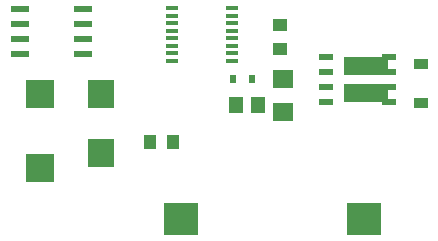
<source format=gtp>
G04*
G04 #@! TF.GenerationSoftware,Altium Limited,Altium Designer,22.1.2 (22)*
G04*
G04 Layer_Color=8421504*
%FSLAX44Y44*%
%MOMM*%
G71*
G04*
G04 #@! TF.SameCoordinates,4243E080-38CA-47FB-8023-FD6126139483*
G04*
G04*
G04 #@! TF.FilePolarity,Positive*
G04*
G01*
G75*
%ADD15R,1.3000X1.1000*%
%ADD16R,1.5500X0.6000*%
%ADD17R,2.4300X2.3700*%
%ADD18R,1.1000X1.3000*%
%ADD19R,0.5500X0.8000*%
%ADD20R,1.1500X1.4500*%
%ADD21R,2.2300X2.3700*%
%ADD22R,1.1400X0.4200*%
%ADD23R,1.2700X0.6100*%
%ADD24R,1.7500X1.6000*%
%ADD25R,1.2200X0.9100*%
%ADD26R,2.9200X2.7900*%
%ADD27R,3.8100X1.6500*%
D15*
X339526Y247490D02*
D03*
Y227490D02*
D03*
D16*
X118720Y261380D02*
D03*
Y248680D02*
D03*
Y235980D02*
D03*
Y223280D02*
D03*
X172720Y261380D02*
D03*
Y248680D02*
D03*
Y235980D02*
D03*
Y223280D02*
D03*
D17*
X135890Y127080D02*
D03*
Y189480D02*
D03*
D18*
X228760Y148590D02*
D03*
X248760D02*
D03*
D19*
X315090Y201930D02*
D03*
X299590D02*
D03*
D20*
X320150Y180340D02*
D03*
X302150D02*
D03*
D21*
X187960Y139830D02*
D03*
Y189230D02*
D03*
D22*
X298750Y217805D02*
D03*
Y224155D02*
D03*
Y230505D02*
D03*
Y236855D02*
D03*
Y243205D02*
D03*
Y249555D02*
D03*
Y255905D02*
D03*
Y262255D02*
D03*
X247350Y217805D02*
D03*
Y224155D02*
D03*
Y230505D02*
D03*
Y236855D02*
D03*
Y243205D02*
D03*
Y249555D02*
D03*
Y255905D02*
D03*
Y262255D02*
D03*
D23*
X431830Y182880D02*
D03*
Y195580D02*
D03*
Y208280D02*
D03*
Y220980D02*
D03*
X378430Y182880D02*
D03*
Y195580D02*
D03*
Y208280D02*
D03*
Y220980D02*
D03*
D24*
X341630Y173960D02*
D03*
Y201960D02*
D03*
D25*
X458470Y214470D02*
D03*
Y181770D02*
D03*
D26*
X255440Y83820D02*
D03*
X410040D02*
D03*
D27*
X411958Y190396D02*
D03*
Y213500D02*
D03*
M02*

</source>
